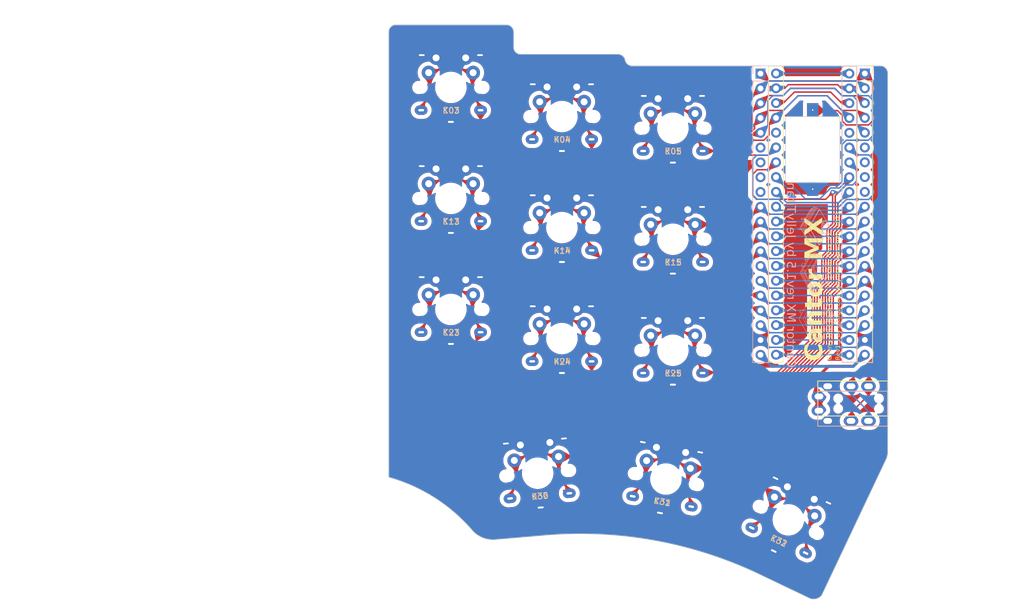
<source format=kicad_pcb>
(kicad_pcb (version 20221018) (generator pcbnew)
  (title_block (rev "rev1.0"))
  (layers (0 "F.Cu" signal) (31 "B.Cu" signal) (34 "B.Paste" user) (35 "F.Paste" user) (36 "B.SilkS" user "B.Silkscreen") (37 "F.SilkS" user "F.Silkscreen") (38 "B.Mask" user) (39 "F.Mask" user) (44 "Edge.Cuts" user))
  (net 0 "")
  (net 1 "+3V3")
  (net 2 "GND")
  (net 3 "/TX")
  (net 4 "/RX")
  (net 5 "/k00")
  (net 6 "/k01")
  (net 7 "/k02")
  (net 8 "/k03")
  (net 9 "/k04")
  (net 10 "/k05")
  (net 11 "/k10")
  (net 12 "/k11")
  (net 13 "/k12")
  (net 14 "/k13")
  (net 15 "/k14")
  (net 16 "/k15")
  (net 17 "/k20")
  (net 18 "/k21")
  (net 19 "/k22")
  (net 20 "/k23")
  (net 21 "/k24")
  (net 22 "/k25")
  (net 23 "/k30")
  (net 24 "/k31")
  (net 25 "/k32")
  (net 26 "AUDIO")
  (net 31 "unconnected-(U1-5V-Pad18)")
  (net 32 "unconnected-(U1-VBat-Pad21)")
  (net 33 "unconnected-(U1-PC13-Pad22)")
  (net 34 "unconnected-(U1-PC14-Pad23)")
  (net 35 "unconnected-(U1-PC15-Pad24)")
  (net 36 "unconnected-(U1-RES-Pad25)")
  (net 38 "unconnected-(U1-5V-Pad40)")
  (footprint "Cantor_MasterKey:CherryMX_ChocV2_1u_DS" (layer "F.Cu") (at 164 98.1)
    (fp_text reference "K25" hide)
    (fp_text value "KEYSW" hide)
  )
  (footprint "Cantor_MasterKey:CherryMX_ChocV2_1u_DS" (layer "F.Cu") (at 144.95 96.1)
    (fp_text reference "K24" hide)
    (fp_text value "KEYSW" hide)
  )
  (footprint "Cantor_MasterKey:CherryMX_ChocV2_1u_DS" (layer "F.Cu") (at 144.95 58)
    (fp_text reference "K04" hide)
    (fp_text value "KEYSW" hide)
  )
  (footprint "Cantor_MasterKey:CherryMX_ChocV2_1u_DS" (layer "F.Cu") (at 140.8 119.2 5)
    (fp_text reference "K30" hide)
    (fp_text value "KEYSW" hide)
  )
  (footprint "Cantor_MasterKey:CherryMX_ChocV2_1u_DS" (layer "F.Cu") (at 144.95 77.05)
    (fp_text reference "K14" hide)
    (fp_text value "KEYSW" hide)
  )
  (footprint "Cantor_MasterKey:CherryMX_ChocV2_1u_DS" (layer "F.Cu") (at 125.9 91.1)
    (fp_text reference "K23" hide)
    (fp_text value "KEYSW" hide)
  )
  (footprint "Cantor_MasterKey:CherryMX_ChocV2_1u_DS" (layer "F.Cu") (at 125.9 53)
    (fp_text reference "K03" hide)
    (fp_text value "KEYSW" hide)
  )
  (footprint "Cantor_MasterKey:MJ-4PP-9_Cantor_MX_TX-RX_Crossover" (layer "F.Cu") (at 200.86 108.12 -90)
    (fp_text reference "J1")
    (fp_text value "TRRS" hide)
  )
  (footprint "Cantor_MasterKey:AST1109MLTRQ" (layer "F.Cu") (at 187.985 63.6555 -90)
    (fp_text reference "LS1" hide)
    (fp_text value "AST1109MLTRQ_MAL" hide)
    (fp_rect (start -5.65 -4.65) (end 5.65 4.65) (stroke (width 0.12)) (fill none) (layer "Edge.Cuts"))
  )
  (footprint "Cantor_MasterKey:CherryMX_ChocV2_1u_DS" (layer "F.Cu") (at 164 79.05)
    (fp_text reference "K15" hide)
    (fp_text value "KEYSW" hide)
  )
  (footprint "Cantor_MasterKey:CherryMX_ChocV2_1u_DS" (layer "F.Cu") (at 183.8 127.2 -25)
    (fp_text reference "K32" hide)
    (fp_text value "KEYSW" hide)
  )
  (footprint "Cantor_MasterKey:Cantor_DS_YAAJ_WeAct_BlackPill_2" (layer "F.Cu") (at 179.155 50.6)
    (fp_text reference "U1" hide)
    (fp_text value "YAAJ_WeAct_BlackPill_Part_Like" hide)
  )
  (footprint "Cantor_MasterKey:CherryMX_ChocV2_1u_DS" (layer "F.Cu") (at 164 60)
    (fp_text reference "K05" hide)
    (fp_text value "KEYSW" hide)
  )
  (footprint "Cantor_MasterKey:CherryMX_ChocV2_1u_DS" (layer "F.Cu") (at 125.9 72.05)
    (fp_text reference "K13" hide)
    (fp_text value "KEYSW" hide)
  )
  (footprint "Cantor_MasterKey:CherryMX_ChocV2_1u_DS" (layer "F.Cu") (at 162.8 120.2 -10)
    (fp_text reference "K31" hide)
    (fp_text value "KEYSW" hide)
  )
  (footprint "Cantor_MasterKey:Cantor MX logo 3-switches ortho" (layer "B.Cu") (at 188.95 85.07271 90)
    (fp_text reference "G***" hide)
    (fp_text value "Cantor MX logo 3-switches ortho" hide)
  )
  (gr_line (start 189.53 140.16) (end 200.535831 116.91594) (stroke (width 0.1)) (layer "Edge.Cuts"))
  (gr_arc (start 133.51 130.59) (mid 131.436923 130.294624) (end 129.69 129.14) (stroke (width 0.1)) (layer "Edge.Cuts"))
  (gr_arc (start 157.01 49.290001) (mid 156.221933 49.004319) (end 155.800001 48.28) (stroke (width 0.1)) (layer "Edge.Cuts"))
  (gr_line (start 199.57 49.29) (end 157.01 49.29) (stroke (width 0.1)) (layer "Edge.Cuts"))
  (gr_line (start 115.226552 43.48) (end 115.226552 119.88) (stroke (width 0.1)) (layer "Edge.Cuts"))
  (gr_line (start 116.463104 42.243448) (end 135.43 42.243448) (stroke (width 0.1)) (layer "Edge.Cuts"))
  (gr_line (start 137.903104 47.3) (end 154.59 47.3) (stroke (width 0.1)) (layer "Edge.Cuts"))
  (gr_arc (start 199.57 49.29) (mid 200.482631 49.638814) (end 200.86 50.54) (stroke (width 0.1)) (layer "Edge.Cuts"))
  (gr_arc (start 200.86 115.62) (mid 200.771585 116.286416) (end 200.535831 116.91594) (stroke (width 0.1)) (layer "Edge.Cuts"))
  (gr_line (start 136.666552 43.48) (end 136.666552 46.07) (stroke (width 0.1)) (layer "Edge.Cuts"))
  (gr_line (start 141.84 129.87) (end 133.51 130.59) (stroke (width 0.1)) (layer "Edge.Cuts"))
  (gr_line (start 179.81 137.01) (end 187.513868 140.691488) (stroke (width 0.1)) (layer "Edge.Cuts"))
  (gr_arc (start 154.59 47.3) (mid 155.368546 47.575724) (end 155.8 48.28) (stroke (width 0.1)) (layer "Edge.Cuts"))
  (gr_arc (start 137.903104 47.3) (mid 137.029127 46.942063) (end 136.666552 46.07) (stroke (width 0.1)) (layer "Edge.Cuts"))
  (gr_arc (start 115.226552 43.48) (mid 115.58873 42.605626) (end 116.463104 42.243448) (stroke (width 0.1)) (layer "Edge.Cuts"))
  (gr_arc (start 115.226552 119.88) (mid 123.150764 123.428384) (end 129.69 129.14) (stroke (width 0.1)) (layer "Edge.Cuts"))
  (gr_arc (start 135.43 42.243448) (mid 136.304374 42.605626) (end 136.666552 43.48) (stroke (width 0.1)) (layer "Edge.Cuts"))
  (gr_line (start 200.86 115.62) (end 200.86 50.54) (stroke (width 0.1)) (layer "Edge.Cuts"))
  (gr_arc (start 189.53 140.16) (mid 188.605921 140.739577) (end 187.513868 140.691488) (stroke (width 0.1)) (layer "Edge.Cuts"))
  (gr_arc (start 141.84 129.87) (mid 161.316748 130.824921) (end 179.81 137.01) (stroke (width 0.1)) (layer "Edge.Cuts"))
  (gr_text "Cantor MX rev1.5 by JellyTitan" (at 184.2 85.19 -90) (layer "B.SilkS") (effects (font (size 1.5 1.5) (thickness 0.25)) (justify mirror)))
  (gr_text "Rev1.5 by github.com/JellyTitan April 30th, 2023" (at 191.91 99.79 90) (layer "F.SilkS") (effects (font (size 0.75 0.75) (thickness 0.1875)) (justify left top)))
  (gr_text "Cantor MX\n" (at 188.37 99.98 90) (layer "F.SilkS") (effects (font (size 3 3) (thickness 0.6) bold) (justify left)))
  (gr_text "Cherry MX | Kailh Choc V1 | Kailh Choc V2" (at 190.46 99.79 -270) (layer "F.SilkS") (effects (font (size 0.75 0.75) (thickness 0.125)) (justify left top)))
  (segment (start 194.945 100.85) (end 190.68 100.85) (width 0.5) (layer "F.Cu") (net 1))
  (segment (start 184.84 53.79) (end 191.06 53.79) (width 0.25) (layer "F.Cu") (net 1))
  (segment (start 182.95 55.68) (end 184.84 53.79) (width 0.25) (layer "F.Cu") (net 1))
  (segment (start 188.549432 102.980568) (end 188.549432 104.809432) (width 0.5) (layer "F.Cu") (net 1))
  (segment (start 189.06 105.32) (end 189.06 108.47) (width 0.5) (layer "F.Cu") (net 1))
  (segment (start 190.68 100.85) (end 188.549432 102.980568) (width 0.5) (layer "F.Cu") (net 1))
  (segment (start 181.695 55.68) (end 182.95 55.68) (width 0.25) (layer "F.Cu") (net 1))
  (segment (start 191.06 53.79) (end 192.97 55.7) (width 0.25) (layer "F.Cu") (net 1))
  (segment (start 188.549432 104.809432) (end 189.06 105.32) (width 0.5) (layer "F.Cu") (net 1))
  (segment (start 192.97 55.7) (end 194.275 55.7) (width 0.25) (layer "F.Cu") (net 1))
  (segment (start 196.935 98.86) (end 194.945 100.85) (width 0.5) (layer "F.Cu") (net 1))
  (segment (start 179.035 98.88) (end 181.005 100.85) (width 0.5) (layer "B.Cu") (net 1))
  (segment (start 194.945 100.85) (end 196.935 98.86) (width 0.5) (layer "B.Cu") (net 1))
  (segment (start 181.005 100.85) (end 194.945 100.85) (width 0.5) (layer "B.Cu") (net 1))
  (segment (start 183.81 52.52) (end 192.26 52.52) (width 0.25) (layer "F.Cu") (net 2))
  (segment (start 192.9 53.16) (end 194.275 53.16) (width 0.25) (layer "F.Cu") (net 2))
  (segment (start 183.19 53.14) (end 183.81 52.52) (width 0.25) (layer "F.Cu") (net 2))
  (segment (start 192.26 52.52) (end 192.9 53.16) (width 0.25) (layer "F.Cu") (net 2))
  (segment (start 181.695 53.14) (end 183.19 53.14) (width 0.25) (layer "F.Cu") (net 2))
  (segment (start 198.28 55.13) (end 198.28 61.32) (width 0.25) (layer "B.Cu") (net 2))
  (segment (start 180.285 97.59) (end 195.665 97.59) (width 0.25) (layer "B.Cu") (net 2))
  (segment (start 195.97 54.41) (end 197.56 54.41) (width 0.25) (layer "B.Cu") (net 2))
  (segment (start 179.035 96.34) (end 180.285 97.59) (width 0.25) (layer "B.Cu") (net 2))
  (segment (start 193.01 69.18) (end 192.42 69.77) (width 0.25) (layer "B.Cu") (net 2))
  (segment (start 193.01 62.78) (end 193.01 69.18) (width 0.25) (layer "B.Cu") (net 2))
  (segment (start 198.28 61.32) (end 197.55 62.05) (width 0.25) (layer "B.Cu") (net 2))
  (segment (start 197.56 54.41) (end 198.28 55.13) (width 0.25) (layer "B.Cu") (net 2))
  (segment (start 197.55 62.05) (end 193.74 62.05) (width 0.25) (layer "B.Cu") (net 2))
  (segment (start 193.74 62.05) (end 193.01 62.78) (width 0.25) (layer "B.Cu") (net 2))
  (segment (start 195.665 97.59) (end 196.935 96.32) (width 0.25) (layer "B.Cu") (net 2))
  (segment (start 192.42 69.77) (end 188.665 69.77) (width 0.25) (layer "B.Cu") (net 2))
  (segment (start 192.65 97.529022) (end 192.664511 97.514511) (width 0.25) (layer "B.Cu") (net 2))
  (segment (start 194.72 53.16) (end 195.97 54.41) (width 0.25) (layer "B.Cu") (net 2))
  (segment (start 197.66 103.72) (end 197.66 105.7) (width 0.25) (layer "F.Cu") (net 3))
  (segment (start 194.66 108.7) (end 194.66 110.42) (width 0.25) (layer "F.Cu") (net 3))
  (segment (start 197.66 105.7) (end 194.66 108.7) (width 0.25) (layer "F.Cu") (net 3))
  (segment (start 198.98 85.665) (end 198.98 99.45) (width 0.25) (layer "F.Cu") (net 3))
  (segment (start 198.98 99.45) (end 197.66 100.77) (width 0.25) (layer "F.Cu") (net 3))
  (segment (start 197.66 100.77) (end 197.66 103.72) (width 0.25) (layer "F.Cu") (net 3))
  (segment (start 196.935 83.62) (end 198.98 85.665) (width 0.25) (layer "F.Cu") (net 3))
  (segment (start 195.645 84.91) (end 196.935 83.62) (width 0.25) (layer "B.Cu") (net 3))
  (segment (start 179.035 83.64) (end 180.305 84.91) (width 0.25) (layer "B.Cu") (net 3))
  (segment (start 180.305 84.91) (end 195.645 84.91) (width 0.25) (layer "B.Cu") (net 3))
  (segment (start 198.530489 99.249511) (end 194.66 103.12) (width 0.25) (layer "F.Cu") (net 4))
  (segment (start 194.66 103.12) (end 194.66 104.17) (width 0.25) (layer "F.Cu") (net 4))
  (segment (start 196.935 86.16) (end 198.530489 87.755489) (width 0.25) (layer "F.Cu") (net 4))
  (segment (start 198.530489 87.755489) (end 198.530489 99.249511) (width 0.25) (layer "F.Cu") (net 4))
  (segment (start 180.295 87.44) (end 195.655 87.44) (width 0.25) (layer "B.Cu") (net 4))
  (segment (start 179.035 86.18) (end 180.295 87.44) (width 0.25) (layer "B.Cu") (net 4))
  (segment (start 197.66 108.7) (end 197.66 110.42) (width 0.25) (layer "B.Cu") (net 4))
  (segment (start 194.66 103.72) (end 194.66 105.7) (width 0.25) (layer "B.Cu") (net 4))
  (segment (start 194.66 105.7) (end 197.66 108.7) (width 0.25) (layer "B.Cu") (net 4))
  (segment (start 195.655 87.44) (end 196.935 86.16) (width 0.25) (layer "B.Cu") (net 4))
  (segment (start 169.951996 70.048004) (end 155.718004 70.048004) (width 0.25) (layer "F.Cu") (net 5))
  (segment (start 181.695 63.3) (end 180.385 64.61) (width 0.25) (layer "F.Cu") (net 5))
  (segment (start 153.6 67.93) (end 137.08 67.93) (width 0.25) (layer "F.Cu") (net 5))
  (segment (start 137.08 67.93) (end 131.83 62.68) (width 0.25) (layer "F.Cu") (net 5))
  (segment (start 155.718004 70.048004) (end 153.6 67.93) (width 0.25) (layer "F.Cu") (net 5))
  (segment (start 175.39 64.61) (end 169.951996 70.048004) (width 0.25) (layer "F.Cu") (net 5))
  (segment (start 180.385 64.61) (end 175.39 64.61) (width 0.25) (layer "F.Cu") (net 5))
  (segment (start 131.83 62.68) (end 117.06569 62.68) (width 0.25) (layer "F.Cu") (net 5))
  (segment (start 177.7 71.4567) (end 178.34165 72.09835) (width 0.25) (layer "B.Cu") (net 5))
  (segment (start 197.63 64.57) (end 198.3 65.24) (width 0.25) (layer "B.Cu") (net 5))
  (segment (start 194.275 63.32) (end 195.525 64.57) (width 0.25) (layer "B.Cu") (net 5))
  (segment (start 198.3 65.24) (end 198.3 71.52) (width 0.25) (layer "B.Cu") (net 5))
  (segment (start 180.375 64.62) (end 178.41 64.62) (width 0.25) (layer "B.Cu") (net 5))
  (segment (start 181.695 63.3) (end 180.375 64.62) (width 0.25) (layer "B.Cu") (net 5))
  (segment (start 192.56 73.42) (end 183.38 73.42) (width 0.25) (layer "B.Cu") (net 5))
  (segment (start 193.76 72.22) (end 192.56 73.42) (width 0.25) (layer "B.Cu") (net 5))
  (segment (start 197.6 72.22) (end 193.76 72.22) (width 0.25) (layer "B.Cu") (net 5))
  (segment (start 178.41 64.62) (end 177.7 65.33) (width 0.25) (layer "B.Cu") (net 5))
  (segment (start 178.4233 72.18) (end 178.34165 72.09835) (width 0.25) (layer "B.Cu") (net 5))
  (segment (start 177.7 65.33) (end 177.7 71.4567) (width 0.25) (layer "B.Cu") (net 5))
  (segment (start 183.38 73.42) (end 182.14 72.18) (width 0.25) (layer "B.Cu") (net 5))
  (segment (start 198.3 71.52) (end 197.6 72.22) (width 0.25) (layer "B.Cu") (net 5))
  (segment (start 195.525 64.57) (end 197.63 64.57) (width 0.25) (layer "B.Cu") (net 5))
  (segment (start 182.14 72.18) (end 178.4233 72.18) (width 0.25) (layer "B.Cu") (net 5))
  (segment (start 169.741497 69.598503) (end 177.28 62.06) (width 0.25) (layer "F.Cu") (net 6))
  (segment (start 180.5 61.166988) (end 180.5 59.415) (width 0.25) (layer "F.Cu") (net 6))
  (segment (start 153.786189 67.480499) (end 155.904193 69.598503) (width 0.25) (layer "F.Cu") (net 6))
  (segment (start 179.606988 62.06) (end 180.5 61.166988) (width 0.25) (layer "F.Cu") (net 6))
  (segment (start 116.879501 62.230499) (end 132.016189 62.230499) (width 0.25) (layer "F.Cu") (net 6))
  (segment (start 180.5 59.415) (end 181.695 58.22) (width 0.25) (layer "F.Cu") (net 6))
  (segment (start 177.28 62.06) (end 179.606988 62.06) (width 0.25) (layer "F.Cu") (net 6))
  (segment (start 132.016189 62.230499) (end 137.266189 67.480499) (width 0.25) (layer "F.Cu") (net 6))
  (segment (start 155.904193 69.598503) (end 169.741497 69.598503) (width 0.25) (layer "F.Cu") (net 6))
  (segment (start 137.266189 67.480499) (end 153.786189 67.480499) (width 0.25) (layer "F.Cu") (net 6))
  (segment (start 185.495 54.42) (end 190.455 54.42) (width 0.25) (layer "B.Cu") (net 6))
  (segment (start 190.455 54.42) (end 194.275 58.24) (width 0.25) (layer "B.Cu") (net 6))
  (segment (start 181.695 58.22) (end 185.495 54.42) (width 0.25) (layer "B.Cu") (net 6))
  (segment (start 137.452378 67.030998) (end 132.202378 61.780998) (width 0.25) (layer "F.Cu") (net 7))
  (segment (start 156.090382 69.149002) (end 153.972378 67.030998) (width 0.25) (layer "F.Cu") (net 7))
  (segment (start 153.972378 67.030998) (end 137.452378 67.030998) (width 0.25) (layer "F.Cu") (net 7))
  (segment (start 179.035 60.78) (end 177.9 60.78) (width 0.25) (layer "F.Cu") (net 7))
  (segment (start 177.9 60.78) (end 169.530998 69.149002) (width 0.25) (layer "F.Cu") (net 7))
  (segment (start 169.530998 69.149002) (end 156.090382 69.149002) (width 0.25) (layer "F.Cu") (net 7))
  (segment (start 191.78 53.16) (end 184.15 53.16) (width 0.25) (layer "B.Cu") (net 7))
  (segment (start 194.89 54.44) (end 193.06 54.44) (width 0.25) (layer "B.Cu") (net 7))
  (segment (start 182.91 54.4) (end 181.15 54.4) (width 0.25) (layer "B.Cu") (net 7))
  (segment (start 196.935 60.76) (end 195.59549 59.42049) (width 0.25) (layer "B.Cu") (net 7))
  (segment (start 184.15 53.16) (end 182.91 54.4) (width 0.25) (layer "B.Cu") (net 7))
  (segment (start 195.59549 59.42049) (end 195.59549 55.14549) (width 0.25) (layer "B.Cu") (net 7))
  (segment (start 193.06 54.44) (end 191.78 53.16) (width 0.25) (layer "B.Cu") (net 7))
  (segment (start 180.3025 55.2475) (end 180.3025 59.5125) (width 0.25) (layer "B.Cu") (net 7))
  (segment (start 195.59549 55.14549) (end 194.89 54.44) (width 0.25) (layer "B.Cu") (net 7))
  (segment (start 180.3025 59.5125) (end 179.035 60.78) (width 0.25) (layer "B.Cu") (net 7))
  (segment (start 181.15 54.4) (end 180.3025 55.2475) (width 0.25) (layer "B.Cu") (net 7))
  (segment (start 180.335 56.94) (end 182.95 56.94) (width 0.25) (layer "F.Cu") (net 8))
  (segment (start 131 59.94293) (end 137.638567 66.581497) (width 0.25) (layer "F.Cu") (net 8))
  (segment (start 137.638567 66.581497) (end 154.158567 66.581497) (width 0.25) (layer "F.Cu") (net 8))
  (segment (start 179.035 58.24) (end 180.335 56.94) (width 0.25) (layer "F.Cu") (net 8))
  (segment (start 182.95 56.94) (end 185.47 54.42) (width 0.25) (layer "F.Cu") (net 8))
  (segment (start 185.47 54.42) (end 190.48 54.42) (width 0.25) (layer "F.Cu") (net 8))
  (segment (start 193 56.94) (end 195.655 56.94) (width 0.25) (layer "F.Cu") (net 8))
  (segment (start 178.019002 60.025308) (end 178.019002 59.255998) (width 0.25) (layer "F.Cu") (net 8))
  (segment (start 190.48 54.42) (end 193 56.94) (width 0.25) (layer "F.Cu") (net 8))
  (segment (start 195.655 56.94) (end 196.935 58.22) (width 0.25) (layer "F.Cu") (net 8))
  (segment (start 131 56.9) (end 131 59.94293) (width 0.25) (layer "F.Cu") (net 8))
  (segment (start 156.276571 68.699501) (end 169.344809 68.699501) (width 0.25) (layer "F.Cu") (net 8))
  (segment (start 178.019002 59.255998) (end 179.035 58.24) (width 0.25) (layer "F.Cu") (net 8))
  (segment (start 169.344809 68.699501) (end 178.019002 60.025308) (width 0.25) (layer "F.Cu") (net 8))
  (segment (start 154.158567 66.581497) (end 156.276571 68.699501) (width 0.25) (layer "F.Cu") (net 8))
  (segment (start 150.05 65.03) (end 151.151996 66.131996) (width 0.25) (layer "F.Cu") (net 9))
  (segment (start 150.05 61.9) (end 150.05 65.03) (width 0.25) (layer "F.Cu") (net 9))
  (segment (start 193.06 54.43) (end 195.685 54.43) (width 0.25) (layer "F.Cu") (net 9))
  (segment (start 154.344756 66.131996) (end 156.46276 68.25) (width 0.25) (layer "F.Cu") (net 9))
  (segment (start 179.035 55.7) (end 180.345 54.39) (width 0.25) (layer "F.Cu") (net 9))
  (segment (start 184.16 53.16) (end 191.79 53.16) (width 0.25) (layer "F.Cu") (net 9))
  (segment (start 195.685 54.43) (end 196.935 55.68) (width 0.25) (layer "F.Cu") (net 9))
  (segment (start 156.46276 68.25) (end 169.15569 68.25) (width 0.25) (layer "F.Cu") (net 9))
  (segment (start 177.569501 57.165499) (end 179.035 55.7) (width 0.25) (layer "F.Cu") (net 9))
  (segment (start 180.345 54.39) (end 182.93 54.39) (width 0.25) (layer "F.Cu") (net 9))
  (segment (start 169.15569 68.25) (end 177.569501 59.836189) (width 0.25) (layer "F.Cu") (net 9))
  (segment (start 191.79 53.16) (end 193.06 54.43) (width 0.25) (layer "F.Cu") (net 9))
  (segment (start 182.93 54.39) (end 184.16 53.16) (width 0.25) (layer "F.Cu") (net 9))
  (segment (start 151.151996 66.131996) (end 154.344756 66.131996) (width 0.25) (layer "F.Cu") (net 9))
  (segment (start 177.569501 59.836189) (end 177.569501 57.165499) (width 0.25) (layer "F.Cu") (net 9))
  (segment (start 172.87 63.9) (end 177.12 59.65) (width 0.25) (layer "F.Cu") (net 10))
  (segment (start 169.1 63.9) (end 172.87 63.9) (width 0.25) (layer "F.Cu") (net 10))
  (segment (start 177.12 55.075) (end 179.035 53.16) (width 0.25) (layer "F.Cu") (net 10))
  (segment (start 177.12 59.65) (end 177.12 55.075) (width 0.25) (layer "F.Cu") (net 10))
  (segment (start 180.305 51.89) (end 195.685 51.89) (width 0.25) (layer "B.Cu") (net 10))
  (segment (start 179.035 53.16) (end 180.305 51.89) (width 0.25) (layer "B.Cu") (net 10))
  (segment (start 195.685 51.89) (end 196.935 53.14) (width 0.25) (layer "B.Cu") (net 10))
  (segment (start 179.035 91.26) (end 178.09 91.26) (width 0.25) (layer "F.Cu") (net 11))
  (segment (start 129.961932 81.749002) (end 116.060998 81.749002) (width 0.25) (layer "F.Cu") (net 11))
  (segment (start 153.515743 86.738503) (end 134.951433 86.738503) (width 0.25) (layer "F.Cu") (net 11))
  (segment (start 178.09 91.26) (end 175.83138 89.00138) (width 0.25) (layer "F.Cu") (net 11))
  (segment (start 175.83138 89.00138) (end 155.77862 89.00138) (width 0.25) (layer "F.Cu") (net 11))
  (segment (start 155.77862 89.00138) (end 153.515743 86.738503) (width 0.25) (layer "F.Cu") (net 11))
  (segment (start 134.951433 86.738503) (end 129.961932 81.749002) (width 0.25) (layer "F.Cu") (net 11))
  (segment (start 179.035 91.26) (end 180.305 92.53) (width 0.25) (layer "B.Cu") (net 11))
  (segment (start 180.305 92.53) (end 195.645 92.53) (width 0.25) (layer "B.Cu") (net 11))
  (segment (start 195.645 92.53) (end 196.935 91.24) (width 0.25) (layer "B.Cu") (net 11))
  (segment (start 130.148121 81.299501) (end 135.137622 86.289002) (width 0.25) (layer "F.Cu") (net 12))
  (segment (start 135.137622 86.289002) (end 153.701932 86.289002) (width 0.25) (layer "F.Cu") (net 12))
  (segment (start 155.961433 88.548503) (end 178.863503 88.548503) (width 0.25) (layer "F.Cu") (net 12))
  (segment (start 115.874809 81.299501) (end 130.148121 81.299501) (width 0.25) (layer "F.Cu") (net 12))
  (segment (start 153.701932 86.289002) (end 155.961433 88.548503) (width 0.25) (layer "F.Cu") (net 12))
  (segment (start 179.035 88.72) (end 180.305 89.99) (width 0.25) (layer "B.Cu") (net 12))
  (segment (start 195.645 89.99) (end 196.935 88.7) (width 0.25) (layer "B.Cu") (net 12))
  (segment (start 180.305 89.99) (end 195.645 89.99) (width 0.25) (layer "B.Cu") (net 12))
  (segment (start 153.888121 85.839501) (end 156.147622 88.099002) (width 0.25) (layer "F.Cu") (net 13))
  (segment (start 172.035998 88.099002) (end 179.035 81.1) (width 0.25) (layer "F.Cu") (net 13))
  (segment (start 130.33431 80.85) (end 135.323811 85.839501) (width 0.25) (layer "F.Cu") (net 13))
  (segment (start 156.147622 88.099002) (end 172.035998 88.099002) (width 0.25) (layer "F.Cu") (net 13))
  (segment (start 135.323811 85.839501) (end 153.888121 85.839501) (width 0.25) (layer "F.Cu") (net 13))
  (segment (start 179.035 81.1) (end 180.295 82.36) (width 0.25) (layer "B.Cu") (net 13))
  (segment (start 180.295 82.36) (end 195.655 82.36) (width 0.25) (layer "B.Cu") (net 13))
  (segment (start 195.655 82.36) (end 196.935 81.08) (width 0.25) (layer "B.Cu") (net 13))
  (segment (start 177.3 80.295) (end 177.3 82.198604) (width 0.25) (layer "F.Cu") (net 14))
  (segment (start 154.07431 85.39) (end 135.51 85.39) (width 0.25) (layer "F.Cu") (net 14))
  (segment (start 135.51 85.39) (end 130.59 80.47) (width 0.25) (layer "F.Cu") (net 14))
  (segment (start 177.3 82.198604) (end 171.849103 87.649501) (width 0.25) (layer "F.Cu") (net 14))
  (segment (start 130.59 80.47) (end 130.59 76.36) (width 0.25) (layer "F.Cu") (net 14))
  (segment (start 156.333811 87.649501) (end 154.07431 85.39) (width 0.25) (layer "F.Cu") (net 14))
  (segment (start 179.035 78.56) (end 177.3 80.295) (width 0.25) (layer "F.Cu") (net 14))
  (segment (start 171.849103 87.649501) (end 156.333811 87.649501) (width 0.25) (layer "F.Cu") (net 14))
  (segment (start 180.295 79.82) (end 195.655 79.82) (width 0.25) (layer "B.Cu") (net 14))
  (segment (start 195.655 79.82) (end 196.935 78.54) (width 0.25) (layer "B.Cu") (net 14))
  (segment (start 179.035 78.56) (end 180.295 79.82) (width 0.25) (layer "B.Cu") (net 14))
  (segment (start 178.88 76.02) (end 176.85 78.05) (width 0.25) (layer "F.Cu") (net 15))
  (segment (start 171.64 87.2) (end 156.52 87.2) (width 0.25) (layer "F.Cu") (net 15))
  (segment (start 176.85 81.99) (end 171.64 87.2) (width 0.25) (layer "F.Cu") (net 15))
  (segment (start 176.85 78.05) (end 176.85 81.99) (width 0.25) (layer "F.Cu") (net 15))
  (segment (start 156.52 87.2) (end 150.27 80.95) (width 0.25) (layer "F.Cu") (net 15))
  (segment (start 195.655 77.28) (end 196.935 76) (width 0.25) (layer "B.Cu") (net 15))
  (segment (start 180.295 77.28) (end 195.655 77.28) (width 0.25) (layer "B.Cu") (net 15))
  (segment (start 179.035 76.02) (end 180.295 77.28) (width 0.25) (layer "B.Cu") (net 15))
  (segment (start 176.005 76.51) (end 179.035 73.48) (width 0.25) (layer "F.Cu") (net 16))
  (segment (start 167.81 76.51) (end 176.005 76.51) (width 0.25) (layer "F.Cu") (net 16))
  (segment (start 179.035 73.48) (end 180.305 74.75) (width 0.25) (layer "B.Cu") (net 16))
  (segment (start 180.305 74.75) (end 195.645 74.75) (width 0.25) (layer "B.Cu") (net 16))
  (segment (start 195.645 74.75) (end 196.935 73.46) (width 0.25) (layer "B.Cu") (net 16))
  (segment (start 192.7 80.135) (end 192.7 82) (width 0.25) (layer "F.Cu") (net 17))
  (segment (start 129.85293 100.73) (end 116.92569 100.73) (width 0.25) (layer "F.Cu") (net 17))
  (segment (start 191.810601 86.563802) (end 190.15144 88.222963) (width 0.25) (layer "F.Cu") (net 17))
  (segment (start 137.773429 108.650499) (end 129.85293 100.73) (width 0.25) (layer "F.Cu") (net 17))
  (segment (start 190.15144 97.02287) (end 178.523811 108.650499) (width 0.25) (layer "F.Cu") (net 17))
  (segment (start 194.275 78.56) (end 192.7 80.135) (width 0.25) (layer "F.Cu") (net 17))
  (segment (start 178.523811 108.650499) (end 137.773429 108.650499) (width 0.25) (layer "F.Cu") (net 17))
  (segment (start 192.7 82) (end 191.810601 82.889399) (width 0.25) (layer "F.Cu") (net 17))
  (segment (start 191.810601 82.889399) (end 191.810601 86.563802) (width 0.25) (layer "F.Cu") (net 17))
  (segment (start 190.15144 88.222963) (end 190.15144 97.02287) (width 0.25) (layer "F.Cu") (net 17))
  (segment (start 181.695 78.54) (end 194.255 78.54) (width 0.25) (layer "B.Cu") (net 17))
  (segment (start 178.284664 108.200998) (end 178.736161 107.749501) (width 0.25) (layer "F.Cu") (net 18))
  (segment (start 137.959618 108.200998) (end 178.284664 108.200998) (width 0.25) (layer "F.Cu") (net 18))
  (segment (start 178.736189 107.749501) (end 189.70192 96.78377) (width 0.25) (layer "F.Cu") (net 18))
  (segment (start 130.039119 100.280499) (end 137.959618 108.200998) (width 0.25) (layer "F.Cu") (net 18))
  (segment (start 191.361081 82.703202) (end 192.25048 81.813802) (width 0.25) (layer "F.Cu") (net 18))
  (segment (start 116.739501 100.280499) (end 130.039119 100.280499) (width 0.25) (layer "F.Cu") (net 18))
  (segment (start 192.25048 81.813802) (end 192.25048 78.04452) (width 0.25) (layer "F.Cu") (net 18))
  (segment (start 192.25048 78.04452) (end 194.275 76.02) (width 0.25) (layer "F.Cu") (net 18))
  (segment (start 191.361081 86.377604) (end 191.361081 82.703202) (width 0.25) (layer "F.Cu") (net 18))
  (segment (start 189.70192 88.036765) (end 191.361081 86.377604) (width 0.25) (layer "F.Cu") (net 18))
  (segment (start 189.70192 96.78377) (end 189.70192 88.036765) (width 0.25) (layer "F.Cu") (net 18))
  (segment (start 178.736161 107.749501) (end 178.736189 107.749501) (width 0.25) (layer "F.Cu") (net 18))
  (segment (start 181.695 76) (end 194.255 76) (width 0.25) (layer "B.Cu") (net 18))
  (segment (start 178.55 107.3) (end 178.549972 107.3) (width 0.25) (layer "F.Cu") (net 19))
  (segment (start 191.80096 81.627605) (end 190.911562 82.517003) (width 0.25) (layer "F.Cu") (net 19))
  (segment (start 191.80096 77.858323) (end 191.80096 81.627605) (width 0.25) (layer "F.Cu") (net 19))
  (segment (start 192.754641 75.000359) (end 192.754641 76.904641) (width 0.25) (layer "F.Cu") (net 19))
  (segment (start 178.098475 107.751497) (end 138.145807 107.751497) (width 0.25) (layer "F.Cu") (net 19))
  (segment (start 194.275 73.48) (end 192.754641 75.000359) (width 0.25) (layer "F.Cu") (net 19))
  (segment (start 192.754641 76.904641) (end 191.80096 77.858323) (width 0.25) (layer "F.Cu") (net 19))
  (segment (start 189.25 96.6) (end 178.55 107.3) (width 0.25) (layer "F.Cu") (net 19))
  (segment (start 190.911562 82.517003) (end 190.911561 86.191406) (width 0.25) (layer "F.Cu") (net 19))
  (segment (start 190.911561 86.191406) (end 189.25 87.852967) (width 0.25) (layer "F.Cu") (net 19))
  (segment (start 189.25 87.852967) (end 189.25 96.6) (width 0.25) (layer "F.Cu") (net 19))
  (segment (start 178.549972 107.3) (end 178.098475 107.751497) (width 0.25) (layer "F.Cu") (net 19))
  (segment (start 138.145807 107.751497) (end 130.225308 99.830998) (width 0.25) (layer "F.Cu") (net 19))
  (segment (start 193.795 73.96) (end 193.795 74.085) (width 0.25) (layer "B.Cu") (net 19))
  (segment (start 182.56 74.085) (end 193.795 74.085) (width 0.25) (layer "B.Cu") (net 19))
  (segment (start 182.32 74.085) (end 182.56 74.085) (width 0.25) (layer "B.Cu") (net 19))
  (segment (start 181.695 73.46) (end 182.32 74.085) (width 0.25) (layer "B.Cu") (net 19))
  (segment (start 192.305121 72.909879) (end 192.305121 76.718444) (width 0.25) (layer "F.Cu") (net 20))
  (segment (start 130.3 95.7) (end 131 95) (width 0.25) (layer "F.Cu") (net 20))
  (segment (start 188.75 96.464282) (end 177.912286 107.301996) (width 0.25) (layer "F.Cu") (net 20))
  (segment (start 130.3 99.27) (end 130.3 95.7) (width 0.25) (layer "F.Cu") (net 20))
  (segment (start 190.462042 86.005207) (end 188.75 87.717249) (width 0.25) (layer "F.Cu") (net 20))
  (segment (start 138.331996 107.301996) (end 130.3 99.27) (width 0.25) (layer "F.Cu") (net 20))
  (segment (start 177.912286 107.301996) (end 138.331996 107.301996) (width 0.25) (layer "F.Cu") (net 20))
  (segment (start 188.75 87.717249) (end 188.75 96.464282) (width 0.25) (layer "F.Cu") (net 20))
  (segment (start 194.275 70.94) (end 192.305121 72.909879) (width 0.25) (layer "F.Cu") (net 20))
  (segment (start 191.35144 81.441407) (end 190.462042 82.330806) (width 0.25) (layer "F.Cu") (net 20))
  (segment (start 191.35144 77.672126) (end 191.35144 81.441407) (width 0.25) (layer "F.Cu") (net 20))
  (segment (start 192.305121 76.718444) (end 191.35144 77.672126) (width 0.25) (layer "F.Cu") (net 20))
  (segment (start 190.462042 82.330806) (end 190.462042 86.005207) (width 0.25) (layer "F.Cu") (net 20))
  (segment (start 194.275 70.94) (end 192.46 72.755) (width 0.25) (layer "B.Cu") (net 20))
  (segment (start 181.695 70.92) (end 183.53 72.755) (width 0.25) (layer "B.Cu") (net 20))
  (segment (start 183.53 72.755) (end 183.6 72.755) (width 0.25) (layer "B.Cu") (net 20))
  (segment (start 193.675499 71.539501) (end 193.855 71.36) (width 0.25) (layer "B.Cu") (net 20))
  (segment (start 183.6 72.755) (end 192.46 72.755) (width 0.25) (layer "B.Cu") (net 20))
  (segment (start 191.855601 76.532247) (end 190.901921 77.485927) (width 0.25) (layer "F.Cu") (net 21))
  (segment (start 177.726069 106.852495) (end 153.272495 106.852495) (width 0.25) (layer "F.Cu") (net 21))
  (segment (start 188.30048 87.531052) (end 188.30048 96.278084) (width 0.25) (layer "F.Cu") (net 21))
  (segment (start 194.275 68.4) (end 194.275 69.159098) (width 0.25) (layer "F.Cu") (net 21))
  (segment (start 188.30048 96.278084) (end 177.726069 106.852495) (width 0.25) (layer "F.Cu") (net 21))
  (segment (start 153.272495 106.852495) (end 150.05 103.63) (width 0.25) (layer "F.Cu") (net 21))
  (segment (start 190.901921 77.485927) (end 190.90192 81.25521) (width 0.25) (layer "F.Cu") (net 21))
  (segment (start 194.275 69.159098) (end 191.855601 71.578497) (width 0.25) (layer "F.Cu") (net 21))
  (segment (start 150.05 103.63) (end 150.05 100.5) (width 0.25) (layer "F.Cu") (net 21))
  (segment (start 191.855601 71.578497) (end 191.855601 76.532247) (width 0.25) (layer "F.Cu") (net 21))
  (segment (start 190.012522 85.819009) (end 188.30048 87.531052) (width 0.25) (layer "F.Cu") (net 21))
  (segment (start 190.012523 82.144607) (end 190.012522 85.819009) (width 0.25) (layer "F.Cu") (net 21))
  (segment (start 190.90192 81.25521) (end 190.012523 82.144607) (width 0.25) (layer "F.Cu") (net 21))
  (segment (start 184.88 70.28) (end 183.595 70.28) (width 0.25) (layer "B.Cu") (net 21))
  (segment (start 186.69 72.09) (end 184.88 70.28) (width 0.25) (layer "B.Cu") (net 21))
  (segment (start 183.595 70.28) (end 181.695 68.38) (width 0.25) (layer "B.Cu") (net 21))
  (segment (start 194.275 68.55069) (end 192.606189 70.219501) (width 0.25) (layer "B.Cu") (net 21))
  (segment (start 192.56569 70.25) (end 191.07 70.25) (width 0.25) (layer "B.Cu") (net 21))
  (segment (start 192.596189 70.219501) (end 192.56569 70.25) (width 0.25) (layer "B.Cu") (net 21))
  (segment (start 191.07 70.25) (end 189.23 72.09) (width 0.25) (layer "B.Cu") (net 21))
  (segment (start 189.23 72.09) (end 186.69 72.09) (width 0.25) (layer "B.Cu") (net 21))
  (segment (start 192.606189 70.219501) (end 192.596189 70.219501) (width 0.25) (layer "B.Cu") (net 21))
  (segment (start 189.563002 85.632811) (end 189.563003 81.95841) (width 0.25) (layer "F.Cu") (net 22))
  (segment (start 190.2195 72.19) (end 191.435 70.9745) (width 0.25) (layer "F.Cu") (net 22))
  (segment (start 178.473012 67.11) (end 177.72 67.863012) (width 0.25) (layer "F.Cu") (net 22))
  (segment (start 181.95 101.9) (end 187.85096 95.99904) (width 0.25) (layer "F.Cu") (net 22))
  (segment (start 177.72 71.55) (end 178.36 72.19) (width 0.25) (layer "F.Cu") (net 22))
  (segment locked (start 191.406081 76.346049) (end 191.406081 71.003419) (width 0.25) (layer "F.Cu") (net 22))
  (segment (start 187.85096 95.99904) (end 187.85096 87.344855) (width 0.25) (layer "F.Cu") (net 22))
  (segment (start 178.36 72.19) (end 190.2195 72.19) (width 0.25) (layer "F.Cu") (net 22))
  (segment (start 169 101.9) (end 181.95 101.9) (width 0.25) (layer "F.Cu") (net 22))
  (segment (start 190.452401 81.069011) (end 190.452401 77.29973) (width 0.25) (layer "F.Cu") (net 22))
  (segment (start 180.425 67.11) (end 178.473012 67.11) (width 0.25) (layer "F.Cu") (net 22))
  (segment (start 181.695 65.84) (end 180.425 67.11) (width 0.25) (layer "F.Cu") (net 22))
  (segment (start 191.406081 71.003419) (end 191.435 70.9745) (width 0.25) (layer "F.Cu") (net 22))
  (segment (start 190.452401 77.29973) (end 191.406081 76.346049) (width 0.25) (layer "F.Cu") (net 22))
  (segment (start 189.563003 81.95841) (end 190.452401 81.069011) (width 0.25) (layer "F.Cu") (net 22))
  (segment (start 177.72 67.863012) (end 177.72 71.55) (width 0.25) (layer "F.Cu") (net 22))
  (segment (start 187.85096 87.344855) (end 189.563002 85.632811) (width 0.25) (layer "F.Cu") (net 22))
  (via (at 191.435 70.9745) (size 0.8) (drill 0.4) (layers "F.Cu" "B.Cu") (net 22))
  (segment (start 195.5275 69.0625) (end 194.860345 69.729655) (width 0.25) (layer "B.Cu") (net 22))
  (segment (start 195.5275 67.1125) (end 194.275 65.86) (width 0.25) (layer "B.Cu") (net 22))
  (segment (start 192.48688 70.9745) (end 191.435 70.9745) (width 0.25) (layer "B.Cu") (net 22))
  (segment (start 195.535 67.12) (end 195.5275 67.1125) (width 0.25) (layer "B.Cu") (net 22))
  (segment (start 193.731725 69.729655) (end 192.48688 70.9745) (width 0.25) (layer "B.Cu") (net 22))
  (segment (start 195.5275 67.1125) (end 195.5275 69.0625) (width 0.25) (layer "B.Cu") (net 22))
  (segment (start 194.860345 69.729655) (end 193.731725 69.729655) (width 0.25) (layer "B.Cu") (net 22))
  (segment (start 152.452398 116.337602) (end 159.68 109.11) (width 0.25) (layer "F.Cu") (net 23))
  (segment (start 190.60096 97.22766) (end 190.60096 88.409161) (width 0.25) (layer "F.Cu") (net 23))
  (segment (start 192.260121 86.75) (end 192.260121 83.114879) (width 0.25) (layer "F.Cu") (net 23))
  (segment (start 192.260121 83.114879) (end 194.275 81.1) (width 0.25) (layer "F.Cu") (net 23))
  (segment (start 145.22618 122.175556) (end 146.48637 122.175556) (width 0.25) (layer "F.Cu") (net 23))
  (segment (start 178.71862 109.11) (end 190.60096 97.22766) (width 0.25) (layer "F.Cu") (net 23))
  (segment (start 190.60096 88.409161) (end 192.260121 86.75) (width 0.25) (layer "F.Cu") (net 23))
  (segment (start 190.600979 97.227613) (end 190.60098 88.582614) (width 0.25) (layer "F.Cu") (net 23))
  (segment (start 144.374126 116.337602) (end 152.452398 116.337602) (width 0.25) (layer "F.Cu") (net 23))
  (segment (start 159.68 109.11) (end 178.71862 109.11) (width 0.25) (layer "F.Cu") (net 23))
  (segment (start 181.695 81.08) (end 194.255 81.08) (width 0.25) (layer "B.Cu") (net 23))
  (segment (start 191.069501 88.749781) (end 192.709641 87.109641) (width 0.25) (layer "F.Cu") (net 24))
  (segment (start 170.104122 118.360188) (end 191.069501 97.394809) (width 0.25) (layer "F.Cu") (net 24))
  (segment (start 191.069501 97.394809) (end 191.069501 88.749781) (width 0.25) (layer "F.Cu") (net 24))
  (segment (start 192.709641 87.109641) (end 192.709641 85.205359) (width 0.25) (layer "F.Cu") (net 24))
  (segment (start 192.709641 85.205359) (end 194.275 83.64) (width 0.25) (layer "F.Cu") (net 24))
  (segment (start 166.993184 118.360188) (end 170.104122 118.360188) (width 0.25) (layer "F.Cu") (net 24))
  (segment (start 181.695 83.62) (end 194.255 83.62) (width 0.25) (layer "B.Cu") (net 24))
  (segment (start 179.18 109.92) (end 179.18 121.047385) (width 0.25) (layer "F.Cu") (net 25))
  (segment (start 191.519002 88.935998) (end 194.275 86.18) (width 0.25) (layer "F.Cu") (net 25))
  (segment (start 179.18 121.047385) (end 181.420418 123.287803) (width 0.25) (layer "F.Cu") (net 25))
  (segment (start 191.519002 97.580998) (end 191.519002 88.935998) (width 0.25) (layer "F.Cu") (net 25))
  (segment (start 179.18 109.92) (end 191.519002 97.580998) (width 0.25) (layer "F.Cu") (net 25))
  (segment (start 181.695 86.16) (end 194.255 86.16) (width 0.25) (layer "B.Cu") (net 25))
  (segment (start 197.576701 59.43) (end 193.72 59.43) (width 0.25) (layer "F.Cu") (net 26))
  (segment (start 192.25 56.97) (end 188.094 56.97) (width 0.25) (layer "F.Cu") (net 26))
  (segment (start 198.27 58.736701) (end 197.576701 59.43) (width 0.25) (layer "F.Cu") (net 26))
  (segment (start 196.935 50.6) (end 198.27 51.935) (width 0.25) (layer "F.Cu") (net 26))
  (segment (start 198.27 51.935) (end 198.27 58.736701) (width 0.25) (layer "F.Cu") (net 26))
  (segment (start 179.035 50.62) (end 180.305 51.89) (width 0.25) (layer "F.Cu") (net 26))
  (segment (start 193.05 58.76) (end 193.05 57.77) (width 0.25) (layer "F.Cu") (net 26))
  (segment (start 193.05 57.77) (end 192.25 56.97) (width 0.25) (layer "F.Cu") (net 26))
  (segment (start 195.645 51.89) (end 196.935 50.6) (width 0.25) (layer "F.Cu") (net 26))
  (segment (start 193.72 59.43) (end 193.05 58.76) (width 0.25) (layer "F.Cu") (net 26))
  (segment (start 180.305 51.89) (end 195.645 51.89) (width 0.25) (layer "F.Cu") (net 26))
  (segment (start 180.315 95.08) (end 195.635 95.08) (width 0.25) (layer "B.Cu") (net 31))
  (segment (start 179.035 93.8) (end 180.315 95.08) (width 0.25) (layer "B.Cu") (net 31))
  (segment (start 195.635 95.08) (end 196.935 93.78) (width 0.25) (layer "B.Cu") (net 31))
  (segment (start 181.695 98.86) (end 194.255 98.86) (width 0.25) (layer "B.Cu") (net 32))
  (segment (start 181.695 96.32) (end 194.255 96.32) (width 0.25) (layer "B.Cu") (net 33))
  (segment (start 181.695 93.78) (end 194.255 93.78) (width 0.25) (layer "B.Cu") (net 34))
  (segment (start 181.695 91.24) (end 194.255 91.24) (width 0.25) (layer "B.Cu") (net 35))
  (segment (start 181.695 88.7) (end 194.255 88.7) (width 0.25) (layer "B.Cu") (net 36))
  (segment (start 181.695 50.6) (end 194.255 50.6) (width 0.25) (layer "B.Cu") (net 38))
  (zone (net 2) (net_name "GND") (layers "F&B.Cu") (connect_pads yes (clearance 0.7)) (min_thickness 0.25) (fill yes (thermal_gap 0.508) (thermal_bridge_width 0.508) (island_removal_mode 1) (island_area_min 10))
    (polygon (pts (xy 195.71 142.98) (xy 48.53 124.12) (xy 52.77 37.99) (xy 224.27 44.75)))
  )
)
</source>
